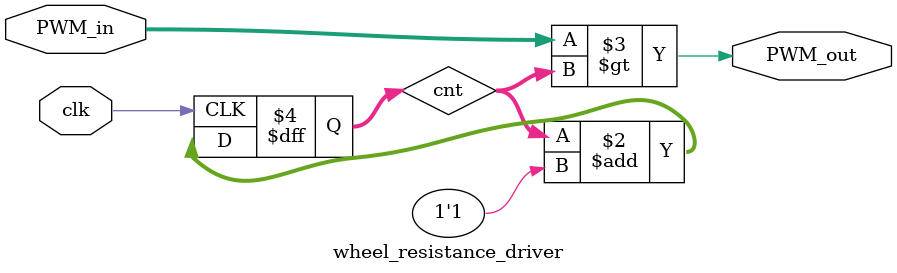
<source format=v>
module wheel_resistance_driver(
    input clk,
    input [7:0] PWM_in,
    output PWM_out
);

//Registers
reg [7:0] cnt;

//Incrment counter forever
always @(posedge clk) cnt <= cnt + 1'b1;

assign PWM_out = (PWM_in > cnt);

endmodule

</source>
